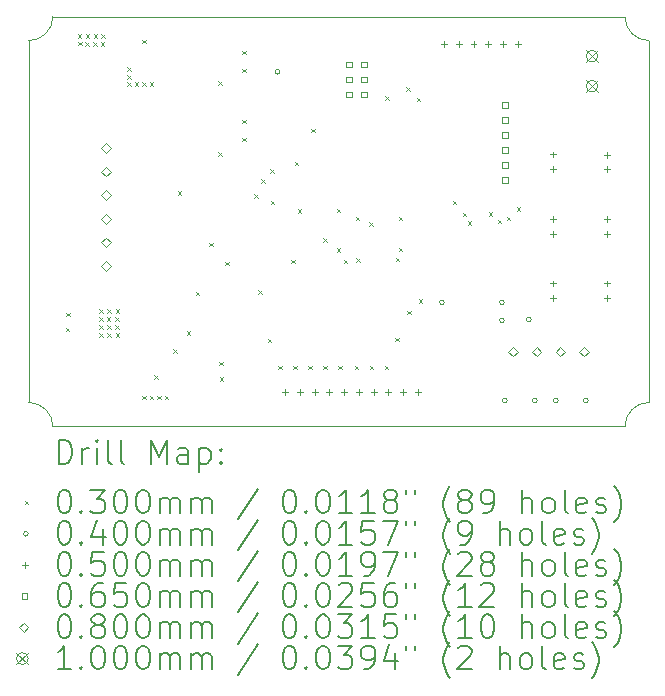
<source format=gbr>
%TF.GenerationSoftware,KiCad,Pcbnew,(6.0.8)*%
%TF.CreationDate,2023-03-18T00:57:22+01:00*%
%TF.ProjectId,WHEEL-07,57484545-4c2d-4303-972e-6b696361645f,rev?*%
%TF.SameCoordinates,Original*%
%TF.FileFunction,Drillmap*%
%TF.FilePolarity,Positive*%
%FSLAX45Y45*%
G04 Gerber Fmt 4.5, Leading zero omitted, Abs format (unit mm)*
G04 Created by KiCad (PCBNEW (6.0.8)) date 2023-03-18 00:57:22*
%MOMM*%
%LPD*%
G01*
G04 APERTURE LIST*
%ADD10C,0.100000*%
%ADD11C,0.200000*%
%ADD12C,0.030000*%
%ADD13C,0.040000*%
%ADD14C,0.050000*%
%ADD15C,0.065000*%
%ADD16C,0.080000*%
G04 APERTURE END LIST*
D10*
X14841400Y-5258884D02*
X14841400Y-8322484D01*
X19888200Y-5055684D02*
X15044600Y-5055684D01*
X20091400Y-8322484D02*
X20091400Y-5258884D01*
X15044600Y-8525684D02*
X19888200Y-8525684D01*
X19888200Y-5055684D02*
G75*
G03*
X20091400Y-5258884I203200J0D01*
G01*
X14841400Y-5258884D02*
G75*
G03*
X15044600Y-5055684I0J203200D01*
G01*
X15044600Y-8525684D02*
G75*
G03*
X14841400Y-8322484I-203200J0D01*
G01*
X20091400Y-8322484D02*
G75*
G03*
X19888200Y-8525684I0J-203200D01*
G01*
D11*
D12*
X15153880Y-7691360D02*
X15183880Y-7721360D01*
X15183880Y-7691360D02*
X15153880Y-7721360D01*
X15158960Y-7564360D02*
X15188960Y-7594360D01*
X15188960Y-7564360D02*
X15158960Y-7594360D01*
X15256340Y-5206800D02*
X15286340Y-5236800D01*
X15286340Y-5206800D02*
X15256340Y-5236800D01*
X15261420Y-5267760D02*
X15291420Y-5297760D01*
X15291420Y-5267760D02*
X15261420Y-5297760D01*
X15320687Y-5271147D02*
X15350687Y-5301147D01*
X15350687Y-5271147D02*
X15320687Y-5301147D01*
X15322380Y-5206800D02*
X15352380Y-5236800D01*
X15352380Y-5206800D02*
X15322380Y-5236800D01*
X15385033Y-5272840D02*
X15415033Y-5302840D01*
X15415033Y-5272840D02*
X15385033Y-5302840D01*
X15390113Y-5206800D02*
X15420113Y-5236800D01*
X15420113Y-5206800D02*
X15390113Y-5236800D01*
X15436667Y-7601613D02*
X15466667Y-7631613D01*
X15466667Y-7601613D02*
X15436667Y-7631613D01*
X15437513Y-7669347D02*
X15467513Y-7699347D01*
X15467513Y-7669347D02*
X15437513Y-7699347D01*
X15438360Y-7737080D02*
X15468360Y-7767080D01*
X15468360Y-7737080D02*
X15438360Y-7767080D01*
X15439207Y-7533880D02*
X15469207Y-7563880D01*
X15469207Y-7533880D02*
X15439207Y-7563880D01*
X15449380Y-5272840D02*
X15479380Y-5302840D01*
X15479380Y-5272840D02*
X15449380Y-5302840D01*
X15454460Y-5206800D02*
X15484460Y-5236800D01*
X15484460Y-5206800D02*
X15454460Y-5236800D01*
X15502707Y-7601613D02*
X15532707Y-7631613D01*
X15532707Y-7601613D02*
X15502707Y-7631613D01*
X15503553Y-7669347D02*
X15533553Y-7699347D01*
X15533553Y-7669347D02*
X15503553Y-7699347D01*
X15504400Y-7737080D02*
X15534400Y-7767080D01*
X15534400Y-7737080D02*
X15504400Y-7767080D01*
X15505247Y-7533880D02*
X15535247Y-7563880D01*
X15535247Y-7533880D02*
X15505247Y-7563880D01*
X15573827Y-7601613D02*
X15603827Y-7631613D01*
X15603827Y-7601613D02*
X15573827Y-7631613D01*
X15574673Y-7669347D02*
X15604673Y-7699347D01*
X15604673Y-7669347D02*
X15574673Y-7699347D01*
X15575520Y-7737080D02*
X15605520Y-7767080D01*
X15605520Y-7737080D02*
X15575520Y-7767080D01*
X15576367Y-7533880D02*
X15606367Y-7563880D01*
X15606367Y-7533880D02*
X15576367Y-7563880D01*
X15672900Y-5486200D02*
X15702900Y-5516200D01*
X15702900Y-5486200D02*
X15672900Y-5516200D01*
X15672900Y-5549700D02*
X15702900Y-5579700D01*
X15702900Y-5549700D02*
X15672900Y-5579700D01*
X15672900Y-5613200D02*
X15702900Y-5643200D01*
X15702900Y-5613200D02*
X15672900Y-5643200D01*
X15736400Y-5613200D02*
X15766400Y-5643200D01*
X15766400Y-5613200D02*
X15736400Y-5643200D01*
X15799900Y-5252520D02*
X15829900Y-5282520D01*
X15829900Y-5252520D02*
X15799900Y-5282520D01*
X15799900Y-5613200D02*
X15829900Y-5643200D01*
X15829900Y-5613200D02*
X15799900Y-5643200D01*
X15802450Y-8265400D02*
X15832450Y-8295400D01*
X15832450Y-8265400D02*
X15802450Y-8295400D01*
X15863400Y-5613200D02*
X15893400Y-5643200D01*
X15893400Y-5613200D02*
X15863400Y-5643200D01*
X15865950Y-8265400D02*
X15895950Y-8295400D01*
X15895950Y-8265400D02*
X15865950Y-8295400D01*
X15904863Y-8094059D02*
X15934863Y-8124059D01*
X15934863Y-8094059D02*
X15904863Y-8124059D01*
X15929450Y-8265400D02*
X15959450Y-8295400D01*
X15959450Y-8265400D02*
X15929450Y-8295400D01*
X15992950Y-8265400D02*
X16022950Y-8295400D01*
X16022950Y-8265400D02*
X15992950Y-8295400D01*
X16063200Y-7871700D02*
X16093200Y-7901700D01*
X16093200Y-7871700D02*
X16063200Y-7901700D01*
X16103840Y-6533120D02*
X16133840Y-6563120D01*
X16133840Y-6533120D02*
X16103840Y-6563120D01*
X16177500Y-7719300D02*
X16207500Y-7749300D01*
X16207500Y-7719300D02*
X16177500Y-7749300D01*
X16256240Y-7386560D02*
X16286240Y-7416560D01*
X16286240Y-7386560D02*
X16256240Y-7416560D01*
X16368000Y-6970000D02*
X16398000Y-7000000D01*
X16398000Y-6970000D02*
X16368000Y-7000000D01*
X16445000Y-5605000D02*
X16475000Y-5635000D01*
X16475000Y-5605000D02*
X16445000Y-5635000D01*
X16445000Y-6205000D02*
X16475000Y-6235000D01*
X16475000Y-6205000D02*
X16445000Y-6235000D01*
X16454360Y-7975840D02*
X16484360Y-8005840D01*
X16484360Y-7975840D02*
X16454360Y-8005840D01*
X16456900Y-8110460D02*
X16486900Y-8140460D01*
X16486900Y-8110460D02*
X16456900Y-8140460D01*
X16505160Y-7132560D02*
X16535160Y-7162560D01*
X16535160Y-7132560D02*
X16505160Y-7162560D01*
X16647400Y-5344400D02*
X16677400Y-5374400D01*
X16677400Y-5344400D02*
X16647400Y-5374400D01*
X16647400Y-5496800D02*
X16677400Y-5526800D01*
X16677400Y-5496800D02*
X16647400Y-5526800D01*
X16647400Y-5928600D02*
X16677400Y-5958600D01*
X16677400Y-5928600D02*
X16647400Y-5958600D01*
X16647400Y-6081000D02*
X16677400Y-6111000D01*
X16677400Y-6081000D02*
X16647400Y-6111000D01*
X16749000Y-6558520D02*
X16779000Y-6588520D01*
X16779000Y-6558520D02*
X16749000Y-6588520D01*
X16784560Y-7371320D02*
X16814560Y-7401320D01*
X16814560Y-7371320D02*
X16784560Y-7401320D01*
X16810472Y-6431008D02*
X16840472Y-6461008D01*
X16840472Y-6431008D02*
X16810472Y-6461008D01*
X16865170Y-7782800D02*
X16895170Y-7812800D01*
X16895170Y-7782800D02*
X16865170Y-7812800D01*
X16886672Y-6349728D02*
X16916672Y-6379728D01*
X16916672Y-6349728D02*
X16886672Y-6379728D01*
X16888700Y-6614400D02*
X16918700Y-6644400D01*
X16918700Y-6614400D02*
X16888700Y-6644400D01*
X16952200Y-8011400D02*
X16982200Y-8041400D01*
X16982200Y-8011400D02*
X16952200Y-8041400D01*
X17063960Y-7112240D02*
X17093960Y-7142240D01*
X17093960Y-7112240D02*
X17063960Y-7142240D01*
X17079200Y-8011400D02*
X17109200Y-8041400D01*
X17109200Y-8011400D02*
X17079200Y-8041400D01*
X17090850Y-6284200D02*
X17120850Y-6314200D01*
X17120850Y-6284200D02*
X17090850Y-6314200D01*
X17119840Y-6685520D02*
X17149840Y-6715520D01*
X17149840Y-6685520D02*
X17119840Y-6715520D01*
X17206200Y-8011400D02*
X17236200Y-8041400D01*
X17236200Y-8011400D02*
X17206200Y-8041400D01*
X17231600Y-6004800D02*
X17261600Y-6034800D01*
X17261600Y-6004800D02*
X17231600Y-6034800D01*
X17333200Y-6931900D02*
X17363200Y-6961900D01*
X17363200Y-6931900D02*
X17333200Y-6961900D01*
X17333200Y-8011400D02*
X17363200Y-8041400D01*
X17363200Y-8011400D02*
X17333200Y-8041400D01*
X17450040Y-6680440D02*
X17480040Y-6710440D01*
X17480040Y-6680440D02*
X17450040Y-6710440D01*
X17450040Y-7015720D02*
X17480040Y-7045720D01*
X17480040Y-7015720D02*
X17450040Y-7045720D01*
X17460200Y-8011400D02*
X17490200Y-8041400D01*
X17490200Y-8011400D02*
X17460200Y-8041400D01*
X17507642Y-7113827D02*
X17537642Y-7143827D01*
X17537642Y-7113827D02*
X17507642Y-7143827D01*
X17599900Y-8011400D02*
X17629900Y-8041400D01*
X17629900Y-8011400D02*
X17599900Y-8041400D01*
X17607520Y-6751560D02*
X17637520Y-6781560D01*
X17637520Y-6751560D02*
X17607520Y-6781560D01*
X17612600Y-7102080D02*
X17642600Y-7132080D01*
X17642600Y-7102080D02*
X17612600Y-7132080D01*
X17724360Y-6797280D02*
X17754360Y-6827280D01*
X17754360Y-6797280D02*
X17724360Y-6827280D01*
X17726900Y-8011400D02*
X17756900Y-8041400D01*
X17756900Y-8011400D02*
X17726900Y-8041400D01*
X17853900Y-8011400D02*
X17883900Y-8041400D01*
X17883900Y-8011400D02*
X17853900Y-8041400D01*
X17856952Y-5729968D02*
X17886952Y-5759968D01*
X17886952Y-5729968D02*
X17856952Y-5759968D01*
X17944054Y-7775764D02*
X17974054Y-7805764D01*
X17974054Y-7775764D02*
X17944054Y-7805764D01*
X17946682Y-7097392D02*
X17976682Y-7127392D01*
X17976682Y-7097392D02*
X17946682Y-7127392D01*
X17973280Y-6751560D02*
X18003280Y-6781560D01*
X18003280Y-6751560D02*
X17973280Y-6781560D01*
X17973280Y-7010640D02*
X18003280Y-7040640D01*
X18003280Y-7010640D02*
X17973280Y-7040640D01*
X18034752Y-5653768D02*
X18064752Y-5683768D01*
X18064752Y-5653768D02*
X18034752Y-5683768D01*
X18044400Y-7544040D02*
X18074400Y-7574040D01*
X18074400Y-7544040D02*
X18044400Y-7574040D01*
X18123652Y-5742668D02*
X18153652Y-5772668D01*
X18153652Y-5742668D02*
X18123652Y-5772668D01*
X18140920Y-7447520D02*
X18170920Y-7477520D01*
X18170920Y-7447520D02*
X18140920Y-7477520D01*
X18430480Y-6614400D02*
X18460480Y-6644400D01*
X18460480Y-6614400D02*
X18430480Y-6644400D01*
X18516840Y-6716000D02*
X18546840Y-6746000D01*
X18546840Y-6716000D02*
X18516840Y-6746000D01*
X18557480Y-6787120D02*
X18587480Y-6817120D01*
X18587480Y-6787120D02*
X18557480Y-6817120D01*
X18735280Y-6710920D02*
X18765280Y-6740920D01*
X18765280Y-6710920D02*
X18735280Y-6740920D01*
X18810980Y-6773480D02*
X18840980Y-6803480D01*
X18840980Y-6773480D02*
X18810980Y-6803480D01*
X18887833Y-6751443D02*
X18917833Y-6781443D01*
X18917833Y-6751443D02*
X18887833Y-6781443D01*
X18974040Y-6670280D02*
X19004040Y-6700280D01*
X19004040Y-6670280D02*
X18974040Y-6700280D01*
D13*
X16966880Y-5521960D02*
G75*
G03*
X16966880Y-5521960I-20000J0D01*
G01*
X18358800Y-7474200D02*
G75*
G03*
X18358800Y-7474200I-20000J0D01*
G01*
X18866800Y-7474200D02*
G75*
G03*
X18866800Y-7474200I-20000J0D01*
G01*
X18866800Y-7626600D02*
G75*
G03*
X18866800Y-7626600I-20000J0D01*
G01*
X18892200Y-8305800D02*
G75*
G03*
X18892200Y-8305800I-20000J0D01*
G01*
X19095400Y-7620000D02*
G75*
G03*
X19095400Y-7620000I-20000J0D01*
G01*
X19146200Y-8305800D02*
G75*
G03*
X19146200Y-8305800I-20000J0D01*
G01*
X19324000Y-8305800D02*
G75*
G03*
X19324000Y-8305800I-20000J0D01*
G01*
X19578000Y-8305800D02*
G75*
G03*
X19578000Y-8305800I-20000J0D01*
G01*
D14*
X17010760Y-8209680D02*
X17010760Y-8259680D01*
X16985760Y-8234680D02*
X17035760Y-8234680D01*
X17135760Y-8209680D02*
X17135760Y-8259680D01*
X17110760Y-8234680D02*
X17160760Y-8234680D01*
X17260760Y-8209680D02*
X17260760Y-8259680D01*
X17235760Y-8234680D02*
X17285760Y-8234680D01*
X17385760Y-8209680D02*
X17385760Y-8259680D01*
X17360760Y-8234680D02*
X17410760Y-8234680D01*
X17510760Y-8209680D02*
X17510760Y-8259680D01*
X17485760Y-8234680D02*
X17535760Y-8234680D01*
X17635760Y-8209680D02*
X17635760Y-8259680D01*
X17610760Y-8234680D02*
X17660760Y-8234680D01*
X17760760Y-8209680D02*
X17760760Y-8259680D01*
X17735760Y-8234680D02*
X17785760Y-8234680D01*
X17885760Y-8209680D02*
X17885760Y-8259680D01*
X17860760Y-8234680D02*
X17910760Y-8234680D01*
X18010760Y-8209680D02*
X18010760Y-8259680D01*
X17985760Y-8234680D02*
X18035760Y-8234680D01*
X18135760Y-8209680D02*
X18135760Y-8259680D01*
X18110760Y-8234680D02*
X18160760Y-8234680D01*
X18356500Y-5264000D02*
X18356500Y-5314000D01*
X18331500Y-5289000D02*
X18381500Y-5289000D01*
X18481500Y-5264000D02*
X18481500Y-5314000D01*
X18456500Y-5289000D02*
X18506500Y-5289000D01*
X18606500Y-5264000D02*
X18606500Y-5314000D01*
X18581500Y-5289000D02*
X18631500Y-5289000D01*
X18731500Y-5264000D02*
X18731500Y-5314000D01*
X18706500Y-5289000D02*
X18756500Y-5289000D01*
X18856500Y-5264000D02*
X18856500Y-5314000D01*
X18831500Y-5289000D02*
X18881500Y-5289000D01*
X18981500Y-5264000D02*
X18981500Y-5314000D01*
X18956500Y-5289000D02*
X19006500Y-5289000D01*
X19278600Y-6198000D02*
X19278600Y-6248000D01*
X19253600Y-6223000D02*
X19303600Y-6223000D01*
X19278600Y-6323000D02*
X19278600Y-6373000D01*
X19253600Y-6348000D02*
X19303600Y-6348000D01*
X19278600Y-6745100D02*
X19278600Y-6795100D01*
X19253600Y-6770100D02*
X19303600Y-6770100D01*
X19278600Y-6870100D02*
X19278600Y-6920100D01*
X19253600Y-6895100D02*
X19303600Y-6895100D01*
X19278600Y-7290200D02*
X19278600Y-7340200D01*
X19253600Y-7315200D02*
X19303600Y-7315200D01*
X19278600Y-7415200D02*
X19278600Y-7465200D01*
X19253600Y-7440200D02*
X19303600Y-7440200D01*
X19735800Y-6199000D02*
X19735800Y-6249000D01*
X19710800Y-6224000D02*
X19760800Y-6224000D01*
X19735800Y-6324000D02*
X19735800Y-6374000D01*
X19710800Y-6349000D02*
X19760800Y-6349000D01*
X19735800Y-6744600D02*
X19735800Y-6794600D01*
X19710800Y-6769600D02*
X19760800Y-6769600D01*
X19735800Y-6869600D02*
X19735800Y-6919600D01*
X19710800Y-6894600D02*
X19760800Y-6894600D01*
X19735800Y-7290200D02*
X19735800Y-7340200D01*
X19710800Y-7315200D02*
X19760800Y-7315200D01*
X19735800Y-7415200D02*
X19735800Y-7465200D01*
X19710800Y-7440200D02*
X19760800Y-7440200D01*
D15*
X17575381Y-5483481D02*
X17575381Y-5437519D01*
X17529419Y-5437519D01*
X17529419Y-5483481D01*
X17575381Y-5483481D01*
X17575381Y-5610481D02*
X17575381Y-5564519D01*
X17529419Y-5564519D01*
X17529419Y-5610481D01*
X17575381Y-5610481D01*
X17575381Y-5737481D02*
X17575381Y-5691519D01*
X17529419Y-5691519D01*
X17529419Y-5737481D01*
X17575381Y-5737481D01*
X17702381Y-5483481D02*
X17702381Y-5437519D01*
X17656419Y-5437519D01*
X17656419Y-5483481D01*
X17702381Y-5483481D01*
X17702381Y-5610481D02*
X17702381Y-5564519D01*
X17656419Y-5564519D01*
X17656419Y-5610481D01*
X17702381Y-5610481D01*
X17702381Y-5737481D02*
X17702381Y-5691519D01*
X17656419Y-5691519D01*
X17656419Y-5737481D01*
X17702381Y-5737481D01*
X18895181Y-5826881D02*
X18895181Y-5780919D01*
X18849219Y-5780919D01*
X18849219Y-5826881D01*
X18895181Y-5826881D01*
X18895181Y-5953881D02*
X18895181Y-5907919D01*
X18849219Y-5907919D01*
X18849219Y-5953881D01*
X18895181Y-5953881D01*
X18895181Y-6080881D02*
X18895181Y-6034919D01*
X18849219Y-6034919D01*
X18849219Y-6080881D01*
X18895181Y-6080881D01*
X18895181Y-6207881D02*
X18895181Y-6161919D01*
X18849219Y-6161919D01*
X18849219Y-6207881D01*
X18895181Y-6207881D01*
X18895181Y-6334881D02*
X18895181Y-6288919D01*
X18849219Y-6288919D01*
X18849219Y-6334881D01*
X18895181Y-6334881D01*
X18895181Y-6461881D02*
X18895181Y-6415919D01*
X18849219Y-6415919D01*
X18849219Y-6461881D01*
X18895181Y-6461881D01*
D16*
X15495320Y-6207500D02*
X15535320Y-6167500D01*
X15495320Y-6127500D01*
X15455320Y-6167500D01*
X15495320Y-6207500D01*
X15495320Y-6407500D02*
X15535320Y-6367500D01*
X15495320Y-6327500D01*
X15455320Y-6367500D01*
X15495320Y-6407500D01*
X15495320Y-6607500D02*
X15535320Y-6567500D01*
X15495320Y-6527500D01*
X15455320Y-6567500D01*
X15495320Y-6607500D01*
X15495320Y-6807500D02*
X15535320Y-6767500D01*
X15495320Y-6727500D01*
X15455320Y-6767500D01*
X15495320Y-6807500D01*
X15495320Y-7007500D02*
X15535320Y-6967500D01*
X15495320Y-6927500D01*
X15455320Y-6967500D01*
X15495320Y-7007500D01*
X15495320Y-7207500D02*
X15535320Y-7167500D01*
X15495320Y-7127500D01*
X15455320Y-7167500D01*
X15495320Y-7207500D01*
X18940500Y-7933000D02*
X18980500Y-7893000D01*
X18940500Y-7853000D01*
X18900500Y-7893000D01*
X18940500Y-7933000D01*
X19140500Y-7933000D02*
X19180500Y-7893000D01*
X19140500Y-7853000D01*
X19100500Y-7893000D01*
X19140500Y-7933000D01*
X19340500Y-7933000D02*
X19380500Y-7893000D01*
X19340500Y-7853000D01*
X19300500Y-7893000D01*
X19340500Y-7933000D01*
X19540500Y-7933000D02*
X19580500Y-7893000D01*
X19540500Y-7853000D01*
X19500500Y-7893000D01*
X19540500Y-7933000D01*
D10*
X19558800Y-5339880D02*
X19658800Y-5439880D01*
X19658800Y-5339880D02*
X19558800Y-5439880D01*
X19658800Y-5389880D02*
G75*
G03*
X19658800Y-5389880I-50000J0D01*
G01*
X19558800Y-5593880D02*
X19658800Y-5693880D01*
X19658800Y-5593880D02*
X19558800Y-5693880D01*
X19658800Y-5643880D02*
G75*
G03*
X19658800Y-5643880I-50000J0D01*
G01*
D11*
X15094019Y-8841160D02*
X15094019Y-8641160D01*
X15141638Y-8641160D01*
X15170209Y-8650684D01*
X15189257Y-8669732D01*
X15198781Y-8688779D01*
X15208305Y-8726875D01*
X15208305Y-8755446D01*
X15198781Y-8793541D01*
X15189257Y-8812589D01*
X15170209Y-8831637D01*
X15141638Y-8841160D01*
X15094019Y-8841160D01*
X15294019Y-8841160D02*
X15294019Y-8707827D01*
X15294019Y-8745922D02*
X15303543Y-8726875D01*
X15313066Y-8717351D01*
X15332114Y-8707827D01*
X15351162Y-8707827D01*
X15417828Y-8841160D02*
X15417828Y-8707827D01*
X15417828Y-8641160D02*
X15408305Y-8650684D01*
X15417828Y-8660208D01*
X15427352Y-8650684D01*
X15417828Y-8641160D01*
X15417828Y-8660208D01*
X15541638Y-8841160D02*
X15522590Y-8831637D01*
X15513066Y-8812589D01*
X15513066Y-8641160D01*
X15646400Y-8841160D02*
X15627352Y-8831637D01*
X15617828Y-8812589D01*
X15617828Y-8641160D01*
X15874971Y-8841160D02*
X15874971Y-8641160D01*
X15941638Y-8784018D01*
X16008305Y-8641160D01*
X16008305Y-8841160D01*
X16189257Y-8841160D02*
X16189257Y-8736398D01*
X16179733Y-8717351D01*
X16160686Y-8707827D01*
X16122590Y-8707827D01*
X16103543Y-8717351D01*
X16189257Y-8831637D02*
X16170209Y-8841160D01*
X16122590Y-8841160D01*
X16103543Y-8831637D01*
X16094019Y-8812589D01*
X16094019Y-8793541D01*
X16103543Y-8774494D01*
X16122590Y-8764970D01*
X16170209Y-8764970D01*
X16189257Y-8755446D01*
X16284495Y-8707827D02*
X16284495Y-8907827D01*
X16284495Y-8717351D02*
X16303543Y-8707827D01*
X16341638Y-8707827D01*
X16360686Y-8717351D01*
X16370209Y-8726875D01*
X16379733Y-8745922D01*
X16379733Y-8803065D01*
X16370209Y-8822113D01*
X16360686Y-8831637D01*
X16341638Y-8841160D01*
X16303543Y-8841160D01*
X16284495Y-8831637D01*
X16465447Y-8822113D02*
X16474971Y-8831637D01*
X16465447Y-8841160D01*
X16455924Y-8831637D01*
X16465447Y-8822113D01*
X16465447Y-8841160D01*
X16465447Y-8717351D02*
X16474971Y-8726875D01*
X16465447Y-8736398D01*
X16455924Y-8726875D01*
X16465447Y-8717351D01*
X16465447Y-8736398D01*
D12*
X14806400Y-9155684D02*
X14836400Y-9185684D01*
X14836400Y-9155684D02*
X14806400Y-9185684D01*
D11*
X15132114Y-9061160D02*
X15151162Y-9061160D01*
X15170209Y-9070684D01*
X15179733Y-9080208D01*
X15189257Y-9099256D01*
X15198781Y-9137351D01*
X15198781Y-9184970D01*
X15189257Y-9223065D01*
X15179733Y-9242113D01*
X15170209Y-9251637D01*
X15151162Y-9261160D01*
X15132114Y-9261160D01*
X15113066Y-9251637D01*
X15103543Y-9242113D01*
X15094019Y-9223065D01*
X15084495Y-9184970D01*
X15084495Y-9137351D01*
X15094019Y-9099256D01*
X15103543Y-9080208D01*
X15113066Y-9070684D01*
X15132114Y-9061160D01*
X15284495Y-9242113D02*
X15294019Y-9251637D01*
X15284495Y-9261160D01*
X15274971Y-9251637D01*
X15284495Y-9242113D01*
X15284495Y-9261160D01*
X15360686Y-9061160D02*
X15484495Y-9061160D01*
X15417828Y-9137351D01*
X15446400Y-9137351D01*
X15465447Y-9146875D01*
X15474971Y-9156398D01*
X15484495Y-9175446D01*
X15484495Y-9223065D01*
X15474971Y-9242113D01*
X15465447Y-9251637D01*
X15446400Y-9261160D01*
X15389257Y-9261160D01*
X15370209Y-9251637D01*
X15360686Y-9242113D01*
X15608305Y-9061160D02*
X15627352Y-9061160D01*
X15646400Y-9070684D01*
X15655924Y-9080208D01*
X15665447Y-9099256D01*
X15674971Y-9137351D01*
X15674971Y-9184970D01*
X15665447Y-9223065D01*
X15655924Y-9242113D01*
X15646400Y-9251637D01*
X15627352Y-9261160D01*
X15608305Y-9261160D01*
X15589257Y-9251637D01*
X15579733Y-9242113D01*
X15570209Y-9223065D01*
X15560686Y-9184970D01*
X15560686Y-9137351D01*
X15570209Y-9099256D01*
X15579733Y-9080208D01*
X15589257Y-9070684D01*
X15608305Y-9061160D01*
X15798781Y-9061160D02*
X15817828Y-9061160D01*
X15836876Y-9070684D01*
X15846400Y-9080208D01*
X15855924Y-9099256D01*
X15865447Y-9137351D01*
X15865447Y-9184970D01*
X15855924Y-9223065D01*
X15846400Y-9242113D01*
X15836876Y-9251637D01*
X15817828Y-9261160D01*
X15798781Y-9261160D01*
X15779733Y-9251637D01*
X15770209Y-9242113D01*
X15760686Y-9223065D01*
X15751162Y-9184970D01*
X15751162Y-9137351D01*
X15760686Y-9099256D01*
X15770209Y-9080208D01*
X15779733Y-9070684D01*
X15798781Y-9061160D01*
X15951162Y-9261160D02*
X15951162Y-9127827D01*
X15951162Y-9146875D02*
X15960686Y-9137351D01*
X15979733Y-9127827D01*
X16008305Y-9127827D01*
X16027352Y-9137351D01*
X16036876Y-9156398D01*
X16036876Y-9261160D01*
X16036876Y-9156398D02*
X16046400Y-9137351D01*
X16065447Y-9127827D01*
X16094019Y-9127827D01*
X16113066Y-9137351D01*
X16122590Y-9156398D01*
X16122590Y-9261160D01*
X16217828Y-9261160D02*
X16217828Y-9127827D01*
X16217828Y-9146875D02*
X16227352Y-9137351D01*
X16246400Y-9127827D01*
X16274971Y-9127827D01*
X16294019Y-9137351D01*
X16303543Y-9156398D01*
X16303543Y-9261160D01*
X16303543Y-9156398D02*
X16313066Y-9137351D01*
X16332114Y-9127827D01*
X16360686Y-9127827D01*
X16379733Y-9137351D01*
X16389257Y-9156398D01*
X16389257Y-9261160D01*
X16779733Y-9051637D02*
X16608305Y-9308779D01*
X17036876Y-9061160D02*
X17055924Y-9061160D01*
X17074971Y-9070684D01*
X17084495Y-9080208D01*
X17094019Y-9099256D01*
X17103543Y-9137351D01*
X17103543Y-9184970D01*
X17094019Y-9223065D01*
X17084495Y-9242113D01*
X17074971Y-9251637D01*
X17055924Y-9261160D01*
X17036876Y-9261160D01*
X17017828Y-9251637D01*
X17008305Y-9242113D01*
X16998781Y-9223065D01*
X16989257Y-9184970D01*
X16989257Y-9137351D01*
X16998781Y-9099256D01*
X17008305Y-9080208D01*
X17017828Y-9070684D01*
X17036876Y-9061160D01*
X17189257Y-9242113D02*
X17198781Y-9251637D01*
X17189257Y-9261160D01*
X17179733Y-9251637D01*
X17189257Y-9242113D01*
X17189257Y-9261160D01*
X17322590Y-9061160D02*
X17341638Y-9061160D01*
X17360686Y-9070684D01*
X17370209Y-9080208D01*
X17379733Y-9099256D01*
X17389257Y-9137351D01*
X17389257Y-9184970D01*
X17379733Y-9223065D01*
X17370209Y-9242113D01*
X17360686Y-9251637D01*
X17341638Y-9261160D01*
X17322590Y-9261160D01*
X17303543Y-9251637D01*
X17294019Y-9242113D01*
X17284495Y-9223065D01*
X17274971Y-9184970D01*
X17274971Y-9137351D01*
X17284495Y-9099256D01*
X17294019Y-9080208D01*
X17303543Y-9070684D01*
X17322590Y-9061160D01*
X17579733Y-9261160D02*
X17465448Y-9261160D01*
X17522590Y-9261160D02*
X17522590Y-9061160D01*
X17503543Y-9089732D01*
X17484495Y-9108779D01*
X17465448Y-9118303D01*
X17770209Y-9261160D02*
X17655924Y-9261160D01*
X17713067Y-9261160D02*
X17713067Y-9061160D01*
X17694019Y-9089732D01*
X17674971Y-9108779D01*
X17655924Y-9118303D01*
X17884495Y-9146875D02*
X17865448Y-9137351D01*
X17855924Y-9127827D01*
X17846400Y-9108779D01*
X17846400Y-9099256D01*
X17855924Y-9080208D01*
X17865448Y-9070684D01*
X17884495Y-9061160D01*
X17922590Y-9061160D01*
X17941638Y-9070684D01*
X17951162Y-9080208D01*
X17960686Y-9099256D01*
X17960686Y-9108779D01*
X17951162Y-9127827D01*
X17941638Y-9137351D01*
X17922590Y-9146875D01*
X17884495Y-9146875D01*
X17865448Y-9156398D01*
X17855924Y-9165922D01*
X17846400Y-9184970D01*
X17846400Y-9223065D01*
X17855924Y-9242113D01*
X17865448Y-9251637D01*
X17884495Y-9261160D01*
X17922590Y-9261160D01*
X17941638Y-9251637D01*
X17951162Y-9242113D01*
X17960686Y-9223065D01*
X17960686Y-9184970D01*
X17951162Y-9165922D01*
X17941638Y-9156398D01*
X17922590Y-9146875D01*
X18036876Y-9061160D02*
X18036876Y-9099256D01*
X18113067Y-9061160D02*
X18113067Y-9099256D01*
X18408305Y-9337351D02*
X18398781Y-9327827D01*
X18379733Y-9299256D01*
X18370209Y-9280208D01*
X18360686Y-9251637D01*
X18351162Y-9204018D01*
X18351162Y-9165922D01*
X18360686Y-9118303D01*
X18370209Y-9089732D01*
X18379733Y-9070684D01*
X18398781Y-9042113D01*
X18408305Y-9032589D01*
X18513067Y-9146875D02*
X18494019Y-9137351D01*
X18484495Y-9127827D01*
X18474971Y-9108779D01*
X18474971Y-9099256D01*
X18484495Y-9080208D01*
X18494019Y-9070684D01*
X18513067Y-9061160D01*
X18551162Y-9061160D01*
X18570209Y-9070684D01*
X18579733Y-9080208D01*
X18589257Y-9099256D01*
X18589257Y-9108779D01*
X18579733Y-9127827D01*
X18570209Y-9137351D01*
X18551162Y-9146875D01*
X18513067Y-9146875D01*
X18494019Y-9156398D01*
X18484495Y-9165922D01*
X18474971Y-9184970D01*
X18474971Y-9223065D01*
X18484495Y-9242113D01*
X18494019Y-9251637D01*
X18513067Y-9261160D01*
X18551162Y-9261160D01*
X18570209Y-9251637D01*
X18579733Y-9242113D01*
X18589257Y-9223065D01*
X18589257Y-9184970D01*
X18579733Y-9165922D01*
X18570209Y-9156398D01*
X18551162Y-9146875D01*
X18684495Y-9261160D02*
X18722590Y-9261160D01*
X18741638Y-9251637D01*
X18751162Y-9242113D01*
X18770209Y-9213541D01*
X18779733Y-9175446D01*
X18779733Y-9099256D01*
X18770209Y-9080208D01*
X18760686Y-9070684D01*
X18741638Y-9061160D01*
X18703543Y-9061160D01*
X18684495Y-9070684D01*
X18674971Y-9080208D01*
X18665448Y-9099256D01*
X18665448Y-9146875D01*
X18674971Y-9165922D01*
X18684495Y-9175446D01*
X18703543Y-9184970D01*
X18741638Y-9184970D01*
X18760686Y-9175446D01*
X18770209Y-9165922D01*
X18779733Y-9146875D01*
X19017828Y-9261160D02*
X19017828Y-9061160D01*
X19103543Y-9261160D02*
X19103543Y-9156398D01*
X19094019Y-9137351D01*
X19074971Y-9127827D01*
X19046400Y-9127827D01*
X19027352Y-9137351D01*
X19017828Y-9146875D01*
X19227352Y-9261160D02*
X19208305Y-9251637D01*
X19198781Y-9242113D01*
X19189257Y-9223065D01*
X19189257Y-9165922D01*
X19198781Y-9146875D01*
X19208305Y-9137351D01*
X19227352Y-9127827D01*
X19255924Y-9127827D01*
X19274971Y-9137351D01*
X19284495Y-9146875D01*
X19294019Y-9165922D01*
X19294019Y-9223065D01*
X19284495Y-9242113D01*
X19274971Y-9251637D01*
X19255924Y-9261160D01*
X19227352Y-9261160D01*
X19408305Y-9261160D02*
X19389257Y-9251637D01*
X19379733Y-9232589D01*
X19379733Y-9061160D01*
X19560686Y-9251637D02*
X19541638Y-9261160D01*
X19503543Y-9261160D01*
X19484495Y-9251637D01*
X19474971Y-9232589D01*
X19474971Y-9156398D01*
X19484495Y-9137351D01*
X19503543Y-9127827D01*
X19541638Y-9127827D01*
X19560686Y-9137351D01*
X19570209Y-9156398D01*
X19570209Y-9175446D01*
X19474971Y-9194494D01*
X19646400Y-9251637D02*
X19665448Y-9261160D01*
X19703543Y-9261160D01*
X19722590Y-9251637D01*
X19732114Y-9232589D01*
X19732114Y-9223065D01*
X19722590Y-9204018D01*
X19703543Y-9194494D01*
X19674971Y-9194494D01*
X19655924Y-9184970D01*
X19646400Y-9165922D01*
X19646400Y-9156398D01*
X19655924Y-9137351D01*
X19674971Y-9127827D01*
X19703543Y-9127827D01*
X19722590Y-9137351D01*
X19798781Y-9337351D02*
X19808305Y-9327827D01*
X19827352Y-9299256D01*
X19836876Y-9280208D01*
X19846400Y-9251637D01*
X19855924Y-9204018D01*
X19855924Y-9165922D01*
X19846400Y-9118303D01*
X19836876Y-9089732D01*
X19827352Y-9070684D01*
X19808305Y-9042113D01*
X19798781Y-9032589D01*
D13*
X14836400Y-9434684D02*
G75*
G03*
X14836400Y-9434684I-20000J0D01*
G01*
D11*
X15132114Y-9325160D02*
X15151162Y-9325160D01*
X15170209Y-9334684D01*
X15179733Y-9344208D01*
X15189257Y-9363256D01*
X15198781Y-9401351D01*
X15198781Y-9448970D01*
X15189257Y-9487065D01*
X15179733Y-9506113D01*
X15170209Y-9515637D01*
X15151162Y-9525160D01*
X15132114Y-9525160D01*
X15113066Y-9515637D01*
X15103543Y-9506113D01*
X15094019Y-9487065D01*
X15084495Y-9448970D01*
X15084495Y-9401351D01*
X15094019Y-9363256D01*
X15103543Y-9344208D01*
X15113066Y-9334684D01*
X15132114Y-9325160D01*
X15284495Y-9506113D02*
X15294019Y-9515637D01*
X15284495Y-9525160D01*
X15274971Y-9515637D01*
X15284495Y-9506113D01*
X15284495Y-9525160D01*
X15465447Y-9391827D02*
X15465447Y-9525160D01*
X15417828Y-9315637D02*
X15370209Y-9458494D01*
X15494019Y-9458494D01*
X15608305Y-9325160D02*
X15627352Y-9325160D01*
X15646400Y-9334684D01*
X15655924Y-9344208D01*
X15665447Y-9363256D01*
X15674971Y-9401351D01*
X15674971Y-9448970D01*
X15665447Y-9487065D01*
X15655924Y-9506113D01*
X15646400Y-9515637D01*
X15627352Y-9525160D01*
X15608305Y-9525160D01*
X15589257Y-9515637D01*
X15579733Y-9506113D01*
X15570209Y-9487065D01*
X15560686Y-9448970D01*
X15560686Y-9401351D01*
X15570209Y-9363256D01*
X15579733Y-9344208D01*
X15589257Y-9334684D01*
X15608305Y-9325160D01*
X15798781Y-9325160D02*
X15817828Y-9325160D01*
X15836876Y-9334684D01*
X15846400Y-9344208D01*
X15855924Y-9363256D01*
X15865447Y-9401351D01*
X15865447Y-9448970D01*
X15855924Y-9487065D01*
X15846400Y-9506113D01*
X15836876Y-9515637D01*
X15817828Y-9525160D01*
X15798781Y-9525160D01*
X15779733Y-9515637D01*
X15770209Y-9506113D01*
X15760686Y-9487065D01*
X15751162Y-9448970D01*
X15751162Y-9401351D01*
X15760686Y-9363256D01*
X15770209Y-9344208D01*
X15779733Y-9334684D01*
X15798781Y-9325160D01*
X15951162Y-9525160D02*
X15951162Y-9391827D01*
X15951162Y-9410875D02*
X15960686Y-9401351D01*
X15979733Y-9391827D01*
X16008305Y-9391827D01*
X16027352Y-9401351D01*
X16036876Y-9420398D01*
X16036876Y-9525160D01*
X16036876Y-9420398D02*
X16046400Y-9401351D01*
X16065447Y-9391827D01*
X16094019Y-9391827D01*
X16113066Y-9401351D01*
X16122590Y-9420398D01*
X16122590Y-9525160D01*
X16217828Y-9525160D02*
X16217828Y-9391827D01*
X16217828Y-9410875D02*
X16227352Y-9401351D01*
X16246400Y-9391827D01*
X16274971Y-9391827D01*
X16294019Y-9401351D01*
X16303543Y-9420398D01*
X16303543Y-9525160D01*
X16303543Y-9420398D02*
X16313066Y-9401351D01*
X16332114Y-9391827D01*
X16360686Y-9391827D01*
X16379733Y-9401351D01*
X16389257Y-9420398D01*
X16389257Y-9525160D01*
X16779733Y-9315637D02*
X16608305Y-9572779D01*
X17036876Y-9325160D02*
X17055924Y-9325160D01*
X17074971Y-9334684D01*
X17084495Y-9344208D01*
X17094019Y-9363256D01*
X17103543Y-9401351D01*
X17103543Y-9448970D01*
X17094019Y-9487065D01*
X17084495Y-9506113D01*
X17074971Y-9515637D01*
X17055924Y-9525160D01*
X17036876Y-9525160D01*
X17017828Y-9515637D01*
X17008305Y-9506113D01*
X16998781Y-9487065D01*
X16989257Y-9448970D01*
X16989257Y-9401351D01*
X16998781Y-9363256D01*
X17008305Y-9344208D01*
X17017828Y-9334684D01*
X17036876Y-9325160D01*
X17189257Y-9506113D02*
X17198781Y-9515637D01*
X17189257Y-9525160D01*
X17179733Y-9515637D01*
X17189257Y-9506113D01*
X17189257Y-9525160D01*
X17322590Y-9325160D02*
X17341638Y-9325160D01*
X17360686Y-9334684D01*
X17370209Y-9344208D01*
X17379733Y-9363256D01*
X17389257Y-9401351D01*
X17389257Y-9448970D01*
X17379733Y-9487065D01*
X17370209Y-9506113D01*
X17360686Y-9515637D01*
X17341638Y-9525160D01*
X17322590Y-9525160D01*
X17303543Y-9515637D01*
X17294019Y-9506113D01*
X17284495Y-9487065D01*
X17274971Y-9448970D01*
X17274971Y-9401351D01*
X17284495Y-9363256D01*
X17294019Y-9344208D01*
X17303543Y-9334684D01*
X17322590Y-9325160D01*
X17579733Y-9525160D02*
X17465448Y-9525160D01*
X17522590Y-9525160D02*
X17522590Y-9325160D01*
X17503543Y-9353732D01*
X17484495Y-9372779D01*
X17465448Y-9382303D01*
X17760686Y-9325160D02*
X17665448Y-9325160D01*
X17655924Y-9420398D01*
X17665448Y-9410875D01*
X17684495Y-9401351D01*
X17732114Y-9401351D01*
X17751162Y-9410875D01*
X17760686Y-9420398D01*
X17770209Y-9439446D01*
X17770209Y-9487065D01*
X17760686Y-9506113D01*
X17751162Y-9515637D01*
X17732114Y-9525160D01*
X17684495Y-9525160D01*
X17665448Y-9515637D01*
X17655924Y-9506113D01*
X17836876Y-9325160D02*
X17970209Y-9325160D01*
X17884495Y-9525160D01*
X18036876Y-9325160D02*
X18036876Y-9363256D01*
X18113067Y-9325160D02*
X18113067Y-9363256D01*
X18408305Y-9601351D02*
X18398781Y-9591827D01*
X18379733Y-9563256D01*
X18370209Y-9544208D01*
X18360686Y-9515637D01*
X18351162Y-9468018D01*
X18351162Y-9429922D01*
X18360686Y-9382303D01*
X18370209Y-9353732D01*
X18379733Y-9334684D01*
X18398781Y-9306113D01*
X18408305Y-9296589D01*
X18494019Y-9525160D02*
X18532114Y-9525160D01*
X18551162Y-9515637D01*
X18560686Y-9506113D01*
X18579733Y-9477541D01*
X18589257Y-9439446D01*
X18589257Y-9363256D01*
X18579733Y-9344208D01*
X18570209Y-9334684D01*
X18551162Y-9325160D01*
X18513067Y-9325160D01*
X18494019Y-9334684D01*
X18484495Y-9344208D01*
X18474971Y-9363256D01*
X18474971Y-9410875D01*
X18484495Y-9429922D01*
X18494019Y-9439446D01*
X18513067Y-9448970D01*
X18551162Y-9448970D01*
X18570209Y-9439446D01*
X18579733Y-9429922D01*
X18589257Y-9410875D01*
X18827352Y-9525160D02*
X18827352Y-9325160D01*
X18913067Y-9525160D02*
X18913067Y-9420398D01*
X18903543Y-9401351D01*
X18884495Y-9391827D01*
X18855924Y-9391827D01*
X18836876Y-9401351D01*
X18827352Y-9410875D01*
X19036876Y-9525160D02*
X19017828Y-9515637D01*
X19008305Y-9506113D01*
X18998781Y-9487065D01*
X18998781Y-9429922D01*
X19008305Y-9410875D01*
X19017828Y-9401351D01*
X19036876Y-9391827D01*
X19065448Y-9391827D01*
X19084495Y-9401351D01*
X19094019Y-9410875D01*
X19103543Y-9429922D01*
X19103543Y-9487065D01*
X19094019Y-9506113D01*
X19084495Y-9515637D01*
X19065448Y-9525160D01*
X19036876Y-9525160D01*
X19217828Y-9525160D02*
X19198781Y-9515637D01*
X19189257Y-9496589D01*
X19189257Y-9325160D01*
X19370209Y-9515637D02*
X19351162Y-9525160D01*
X19313067Y-9525160D01*
X19294019Y-9515637D01*
X19284495Y-9496589D01*
X19284495Y-9420398D01*
X19294019Y-9401351D01*
X19313067Y-9391827D01*
X19351162Y-9391827D01*
X19370209Y-9401351D01*
X19379733Y-9420398D01*
X19379733Y-9439446D01*
X19284495Y-9458494D01*
X19455924Y-9515637D02*
X19474971Y-9525160D01*
X19513067Y-9525160D01*
X19532114Y-9515637D01*
X19541638Y-9496589D01*
X19541638Y-9487065D01*
X19532114Y-9468018D01*
X19513067Y-9458494D01*
X19484495Y-9458494D01*
X19465448Y-9448970D01*
X19455924Y-9429922D01*
X19455924Y-9420398D01*
X19465448Y-9401351D01*
X19484495Y-9391827D01*
X19513067Y-9391827D01*
X19532114Y-9401351D01*
X19608305Y-9601351D02*
X19617828Y-9591827D01*
X19636876Y-9563256D01*
X19646400Y-9544208D01*
X19655924Y-9515637D01*
X19665448Y-9468018D01*
X19665448Y-9429922D01*
X19655924Y-9382303D01*
X19646400Y-9353732D01*
X19636876Y-9334684D01*
X19617828Y-9306113D01*
X19608305Y-9296589D01*
D14*
X14811400Y-9673684D02*
X14811400Y-9723684D01*
X14786400Y-9698684D02*
X14836400Y-9698684D01*
D11*
X15132114Y-9589160D02*
X15151162Y-9589160D01*
X15170209Y-9598684D01*
X15179733Y-9608208D01*
X15189257Y-9627256D01*
X15198781Y-9665351D01*
X15198781Y-9712970D01*
X15189257Y-9751065D01*
X15179733Y-9770113D01*
X15170209Y-9779637D01*
X15151162Y-9789160D01*
X15132114Y-9789160D01*
X15113066Y-9779637D01*
X15103543Y-9770113D01*
X15094019Y-9751065D01*
X15084495Y-9712970D01*
X15084495Y-9665351D01*
X15094019Y-9627256D01*
X15103543Y-9608208D01*
X15113066Y-9598684D01*
X15132114Y-9589160D01*
X15284495Y-9770113D02*
X15294019Y-9779637D01*
X15284495Y-9789160D01*
X15274971Y-9779637D01*
X15284495Y-9770113D01*
X15284495Y-9789160D01*
X15474971Y-9589160D02*
X15379733Y-9589160D01*
X15370209Y-9684398D01*
X15379733Y-9674875D01*
X15398781Y-9665351D01*
X15446400Y-9665351D01*
X15465447Y-9674875D01*
X15474971Y-9684398D01*
X15484495Y-9703446D01*
X15484495Y-9751065D01*
X15474971Y-9770113D01*
X15465447Y-9779637D01*
X15446400Y-9789160D01*
X15398781Y-9789160D01*
X15379733Y-9779637D01*
X15370209Y-9770113D01*
X15608305Y-9589160D02*
X15627352Y-9589160D01*
X15646400Y-9598684D01*
X15655924Y-9608208D01*
X15665447Y-9627256D01*
X15674971Y-9665351D01*
X15674971Y-9712970D01*
X15665447Y-9751065D01*
X15655924Y-9770113D01*
X15646400Y-9779637D01*
X15627352Y-9789160D01*
X15608305Y-9789160D01*
X15589257Y-9779637D01*
X15579733Y-9770113D01*
X15570209Y-9751065D01*
X15560686Y-9712970D01*
X15560686Y-9665351D01*
X15570209Y-9627256D01*
X15579733Y-9608208D01*
X15589257Y-9598684D01*
X15608305Y-9589160D01*
X15798781Y-9589160D02*
X15817828Y-9589160D01*
X15836876Y-9598684D01*
X15846400Y-9608208D01*
X15855924Y-9627256D01*
X15865447Y-9665351D01*
X15865447Y-9712970D01*
X15855924Y-9751065D01*
X15846400Y-9770113D01*
X15836876Y-9779637D01*
X15817828Y-9789160D01*
X15798781Y-9789160D01*
X15779733Y-9779637D01*
X15770209Y-9770113D01*
X15760686Y-9751065D01*
X15751162Y-9712970D01*
X15751162Y-9665351D01*
X15760686Y-9627256D01*
X15770209Y-9608208D01*
X15779733Y-9598684D01*
X15798781Y-9589160D01*
X15951162Y-9789160D02*
X15951162Y-9655827D01*
X15951162Y-9674875D02*
X15960686Y-9665351D01*
X15979733Y-9655827D01*
X16008305Y-9655827D01*
X16027352Y-9665351D01*
X16036876Y-9684398D01*
X16036876Y-9789160D01*
X16036876Y-9684398D02*
X16046400Y-9665351D01*
X16065447Y-9655827D01*
X16094019Y-9655827D01*
X16113066Y-9665351D01*
X16122590Y-9684398D01*
X16122590Y-9789160D01*
X16217828Y-9789160D02*
X16217828Y-9655827D01*
X16217828Y-9674875D02*
X16227352Y-9665351D01*
X16246400Y-9655827D01*
X16274971Y-9655827D01*
X16294019Y-9665351D01*
X16303543Y-9684398D01*
X16303543Y-9789160D01*
X16303543Y-9684398D02*
X16313066Y-9665351D01*
X16332114Y-9655827D01*
X16360686Y-9655827D01*
X16379733Y-9665351D01*
X16389257Y-9684398D01*
X16389257Y-9789160D01*
X16779733Y-9579637D02*
X16608305Y-9836779D01*
X17036876Y-9589160D02*
X17055924Y-9589160D01*
X17074971Y-9598684D01*
X17084495Y-9608208D01*
X17094019Y-9627256D01*
X17103543Y-9665351D01*
X17103543Y-9712970D01*
X17094019Y-9751065D01*
X17084495Y-9770113D01*
X17074971Y-9779637D01*
X17055924Y-9789160D01*
X17036876Y-9789160D01*
X17017828Y-9779637D01*
X17008305Y-9770113D01*
X16998781Y-9751065D01*
X16989257Y-9712970D01*
X16989257Y-9665351D01*
X16998781Y-9627256D01*
X17008305Y-9608208D01*
X17017828Y-9598684D01*
X17036876Y-9589160D01*
X17189257Y-9770113D02*
X17198781Y-9779637D01*
X17189257Y-9789160D01*
X17179733Y-9779637D01*
X17189257Y-9770113D01*
X17189257Y-9789160D01*
X17322590Y-9589160D02*
X17341638Y-9589160D01*
X17360686Y-9598684D01*
X17370209Y-9608208D01*
X17379733Y-9627256D01*
X17389257Y-9665351D01*
X17389257Y-9712970D01*
X17379733Y-9751065D01*
X17370209Y-9770113D01*
X17360686Y-9779637D01*
X17341638Y-9789160D01*
X17322590Y-9789160D01*
X17303543Y-9779637D01*
X17294019Y-9770113D01*
X17284495Y-9751065D01*
X17274971Y-9712970D01*
X17274971Y-9665351D01*
X17284495Y-9627256D01*
X17294019Y-9608208D01*
X17303543Y-9598684D01*
X17322590Y-9589160D01*
X17579733Y-9789160D02*
X17465448Y-9789160D01*
X17522590Y-9789160D02*
X17522590Y-9589160D01*
X17503543Y-9617732D01*
X17484495Y-9636779D01*
X17465448Y-9646303D01*
X17674971Y-9789160D02*
X17713067Y-9789160D01*
X17732114Y-9779637D01*
X17741638Y-9770113D01*
X17760686Y-9741541D01*
X17770209Y-9703446D01*
X17770209Y-9627256D01*
X17760686Y-9608208D01*
X17751162Y-9598684D01*
X17732114Y-9589160D01*
X17694019Y-9589160D01*
X17674971Y-9598684D01*
X17665448Y-9608208D01*
X17655924Y-9627256D01*
X17655924Y-9674875D01*
X17665448Y-9693922D01*
X17674971Y-9703446D01*
X17694019Y-9712970D01*
X17732114Y-9712970D01*
X17751162Y-9703446D01*
X17760686Y-9693922D01*
X17770209Y-9674875D01*
X17836876Y-9589160D02*
X17970209Y-9589160D01*
X17884495Y-9789160D01*
X18036876Y-9589160D02*
X18036876Y-9627256D01*
X18113067Y-9589160D02*
X18113067Y-9627256D01*
X18408305Y-9865351D02*
X18398781Y-9855827D01*
X18379733Y-9827256D01*
X18370209Y-9808208D01*
X18360686Y-9779637D01*
X18351162Y-9732018D01*
X18351162Y-9693922D01*
X18360686Y-9646303D01*
X18370209Y-9617732D01*
X18379733Y-9598684D01*
X18398781Y-9570113D01*
X18408305Y-9560589D01*
X18474971Y-9608208D02*
X18484495Y-9598684D01*
X18503543Y-9589160D01*
X18551162Y-9589160D01*
X18570209Y-9598684D01*
X18579733Y-9608208D01*
X18589257Y-9627256D01*
X18589257Y-9646303D01*
X18579733Y-9674875D01*
X18465448Y-9789160D01*
X18589257Y-9789160D01*
X18703543Y-9674875D02*
X18684495Y-9665351D01*
X18674971Y-9655827D01*
X18665448Y-9636779D01*
X18665448Y-9627256D01*
X18674971Y-9608208D01*
X18684495Y-9598684D01*
X18703543Y-9589160D01*
X18741638Y-9589160D01*
X18760686Y-9598684D01*
X18770209Y-9608208D01*
X18779733Y-9627256D01*
X18779733Y-9636779D01*
X18770209Y-9655827D01*
X18760686Y-9665351D01*
X18741638Y-9674875D01*
X18703543Y-9674875D01*
X18684495Y-9684398D01*
X18674971Y-9693922D01*
X18665448Y-9712970D01*
X18665448Y-9751065D01*
X18674971Y-9770113D01*
X18684495Y-9779637D01*
X18703543Y-9789160D01*
X18741638Y-9789160D01*
X18760686Y-9779637D01*
X18770209Y-9770113D01*
X18779733Y-9751065D01*
X18779733Y-9712970D01*
X18770209Y-9693922D01*
X18760686Y-9684398D01*
X18741638Y-9674875D01*
X19017828Y-9789160D02*
X19017828Y-9589160D01*
X19103543Y-9789160D02*
X19103543Y-9684398D01*
X19094019Y-9665351D01*
X19074971Y-9655827D01*
X19046400Y-9655827D01*
X19027352Y-9665351D01*
X19017828Y-9674875D01*
X19227352Y-9789160D02*
X19208305Y-9779637D01*
X19198781Y-9770113D01*
X19189257Y-9751065D01*
X19189257Y-9693922D01*
X19198781Y-9674875D01*
X19208305Y-9665351D01*
X19227352Y-9655827D01*
X19255924Y-9655827D01*
X19274971Y-9665351D01*
X19284495Y-9674875D01*
X19294019Y-9693922D01*
X19294019Y-9751065D01*
X19284495Y-9770113D01*
X19274971Y-9779637D01*
X19255924Y-9789160D01*
X19227352Y-9789160D01*
X19408305Y-9789160D02*
X19389257Y-9779637D01*
X19379733Y-9760589D01*
X19379733Y-9589160D01*
X19560686Y-9779637D02*
X19541638Y-9789160D01*
X19503543Y-9789160D01*
X19484495Y-9779637D01*
X19474971Y-9760589D01*
X19474971Y-9684398D01*
X19484495Y-9665351D01*
X19503543Y-9655827D01*
X19541638Y-9655827D01*
X19560686Y-9665351D01*
X19570209Y-9684398D01*
X19570209Y-9703446D01*
X19474971Y-9722494D01*
X19646400Y-9779637D02*
X19665448Y-9789160D01*
X19703543Y-9789160D01*
X19722590Y-9779637D01*
X19732114Y-9760589D01*
X19732114Y-9751065D01*
X19722590Y-9732018D01*
X19703543Y-9722494D01*
X19674971Y-9722494D01*
X19655924Y-9712970D01*
X19646400Y-9693922D01*
X19646400Y-9684398D01*
X19655924Y-9665351D01*
X19674971Y-9655827D01*
X19703543Y-9655827D01*
X19722590Y-9665351D01*
X19798781Y-9865351D02*
X19808305Y-9855827D01*
X19827352Y-9827256D01*
X19836876Y-9808208D01*
X19846400Y-9779637D01*
X19855924Y-9732018D01*
X19855924Y-9693922D01*
X19846400Y-9646303D01*
X19836876Y-9617732D01*
X19827352Y-9598684D01*
X19808305Y-9570113D01*
X19798781Y-9560589D01*
D15*
X14826881Y-9985665D02*
X14826881Y-9939703D01*
X14780919Y-9939703D01*
X14780919Y-9985665D01*
X14826881Y-9985665D01*
D11*
X15132114Y-9853160D02*
X15151162Y-9853160D01*
X15170209Y-9862684D01*
X15179733Y-9872208D01*
X15189257Y-9891256D01*
X15198781Y-9929351D01*
X15198781Y-9976970D01*
X15189257Y-10015065D01*
X15179733Y-10034113D01*
X15170209Y-10043637D01*
X15151162Y-10053160D01*
X15132114Y-10053160D01*
X15113066Y-10043637D01*
X15103543Y-10034113D01*
X15094019Y-10015065D01*
X15084495Y-9976970D01*
X15084495Y-9929351D01*
X15094019Y-9891256D01*
X15103543Y-9872208D01*
X15113066Y-9862684D01*
X15132114Y-9853160D01*
X15284495Y-10034113D02*
X15294019Y-10043637D01*
X15284495Y-10053160D01*
X15274971Y-10043637D01*
X15284495Y-10034113D01*
X15284495Y-10053160D01*
X15465447Y-9853160D02*
X15427352Y-9853160D01*
X15408305Y-9862684D01*
X15398781Y-9872208D01*
X15379733Y-9900779D01*
X15370209Y-9938875D01*
X15370209Y-10015065D01*
X15379733Y-10034113D01*
X15389257Y-10043637D01*
X15408305Y-10053160D01*
X15446400Y-10053160D01*
X15465447Y-10043637D01*
X15474971Y-10034113D01*
X15484495Y-10015065D01*
X15484495Y-9967446D01*
X15474971Y-9948398D01*
X15465447Y-9938875D01*
X15446400Y-9929351D01*
X15408305Y-9929351D01*
X15389257Y-9938875D01*
X15379733Y-9948398D01*
X15370209Y-9967446D01*
X15665447Y-9853160D02*
X15570209Y-9853160D01*
X15560686Y-9948398D01*
X15570209Y-9938875D01*
X15589257Y-9929351D01*
X15636876Y-9929351D01*
X15655924Y-9938875D01*
X15665447Y-9948398D01*
X15674971Y-9967446D01*
X15674971Y-10015065D01*
X15665447Y-10034113D01*
X15655924Y-10043637D01*
X15636876Y-10053160D01*
X15589257Y-10053160D01*
X15570209Y-10043637D01*
X15560686Y-10034113D01*
X15798781Y-9853160D02*
X15817828Y-9853160D01*
X15836876Y-9862684D01*
X15846400Y-9872208D01*
X15855924Y-9891256D01*
X15865447Y-9929351D01*
X15865447Y-9976970D01*
X15855924Y-10015065D01*
X15846400Y-10034113D01*
X15836876Y-10043637D01*
X15817828Y-10053160D01*
X15798781Y-10053160D01*
X15779733Y-10043637D01*
X15770209Y-10034113D01*
X15760686Y-10015065D01*
X15751162Y-9976970D01*
X15751162Y-9929351D01*
X15760686Y-9891256D01*
X15770209Y-9872208D01*
X15779733Y-9862684D01*
X15798781Y-9853160D01*
X15951162Y-10053160D02*
X15951162Y-9919827D01*
X15951162Y-9938875D02*
X15960686Y-9929351D01*
X15979733Y-9919827D01*
X16008305Y-9919827D01*
X16027352Y-9929351D01*
X16036876Y-9948398D01*
X16036876Y-10053160D01*
X16036876Y-9948398D02*
X16046400Y-9929351D01*
X16065447Y-9919827D01*
X16094019Y-9919827D01*
X16113066Y-9929351D01*
X16122590Y-9948398D01*
X16122590Y-10053160D01*
X16217828Y-10053160D02*
X16217828Y-9919827D01*
X16217828Y-9938875D02*
X16227352Y-9929351D01*
X16246400Y-9919827D01*
X16274971Y-9919827D01*
X16294019Y-9929351D01*
X16303543Y-9948398D01*
X16303543Y-10053160D01*
X16303543Y-9948398D02*
X16313066Y-9929351D01*
X16332114Y-9919827D01*
X16360686Y-9919827D01*
X16379733Y-9929351D01*
X16389257Y-9948398D01*
X16389257Y-10053160D01*
X16779733Y-9843637D02*
X16608305Y-10100779D01*
X17036876Y-9853160D02*
X17055924Y-9853160D01*
X17074971Y-9862684D01*
X17084495Y-9872208D01*
X17094019Y-9891256D01*
X17103543Y-9929351D01*
X17103543Y-9976970D01*
X17094019Y-10015065D01*
X17084495Y-10034113D01*
X17074971Y-10043637D01*
X17055924Y-10053160D01*
X17036876Y-10053160D01*
X17017828Y-10043637D01*
X17008305Y-10034113D01*
X16998781Y-10015065D01*
X16989257Y-9976970D01*
X16989257Y-9929351D01*
X16998781Y-9891256D01*
X17008305Y-9872208D01*
X17017828Y-9862684D01*
X17036876Y-9853160D01*
X17189257Y-10034113D02*
X17198781Y-10043637D01*
X17189257Y-10053160D01*
X17179733Y-10043637D01*
X17189257Y-10034113D01*
X17189257Y-10053160D01*
X17322590Y-9853160D02*
X17341638Y-9853160D01*
X17360686Y-9862684D01*
X17370209Y-9872208D01*
X17379733Y-9891256D01*
X17389257Y-9929351D01*
X17389257Y-9976970D01*
X17379733Y-10015065D01*
X17370209Y-10034113D01*
X17360686Y-10043637D01*
X17341638Y-10053160D01*
X17322590Y-10053160D01*
X17303543Y-10043637D01*
X17294019Y-10034113D01*
X17284495Y-10015065D01*
X17274971Y-9976970D01*
X17274971Y-9929351D01*
X17284495Y-9891256D01*
X17294019Y-9872208D01*
X17303543Y-9862684D01*
X17322590Y-9853160D01*
X17465448Y-9872208D02*
X17474971Y-9862684D01*
X17494019Y-9853160D01*
X17541638Y-9853160D01*
X17560686Y-9862684D01*
X17570209Y-9872208D01*
X17579733Y-9891256D01*
X17579733Y-9910303D01*
X17570209Y-9938875D01*
X17455924Y-10053160D01*
X17579733Y-10053160D01*
X17760686Y-9853160D02*
X17665448Y-9853160D01*
X17655924Y-9948398D01*
X17665448Y-9938875D01*
X17684495Y-9929351D01*
X17732114Y-9929351D01*
X17751162Y-9938875D01*
X17760686Y-9948398D01*
X17770209Y-9967446D01*
X17770209Y-10015065D01*
X17760686Y-10034113D01*
X17751162Y-10043637D01*
X17732114Y-10053160D01*
X17684495Y-10053160D01*
X17665448Y-10043637D01*
X17655924Y-10034113D01*
X17941638Y-9853160D02*
X17903543Y-9853160D01*
X17884495Y-9862684D01*
X17874971Y-9872208D01*
X17855924Y-9900779D01*
X17846400Y-9938875D01*
X17846400Y-10015065D01*
X17855924Y-10034113D01*
X17865448Y-10043637D01*
X17884495Y-10053160D01*
X17922590Y-10053160D01*
X17941638Y-10043637D01*
X17951162Y-10034113D01*
X17960686Y-10015065D01*
X17960686Y-9967446D01*
X17951162Y-9948398D01*
X17941638Y-9938875D01*
X17922590Y-9929351D01*
X17884495Y-9929351D01*
X17865448Y-9938875D01*
X17855924Y-9948398D01*
X17846400Y-9967446D01*
X18036876Y-9853160D02*
X18036876Y-9891256D01*
X18113067Y-9853160D02*
X18113067Y-9891256D01*
X18408305Y-10129351D02*
X18398781Y-10119827D01*
X18379733Y-10091256D01*
X18370209Y-10072208D01*
X18360686Y-10043637D01*
X18351162Y-9996018D01*
X18351162Y-9957922D01*
X18360686Y-9910303D01*
X18370209Y-9881732D01*
X18379733Y-9862684D01*
X18398781Y-9834113D01*
X18408305Y-9824589D01*
X18589257Y-10053160D02*
X18474971Y-10053160D01*
X18532114Y-10053160D02*
X18532114Y-9853160D01*
X18513067Y-9881732D01*
X18494019Y-9900779D01*
X18474971Y-9910303D01*
X18665448Y-9872208D02*
X18674971Y-9862684D01*
X18694019Y-9853160D01*
X18741638Y-9853160D01*
X18760686Y-9862684D01*
X18770209Y-9872208D01*
X18779733Y-9891256D01*
X18779733Y-9910303D01*
X18770209Y-9938875D01*
X18655924Y-10053160D01*
X18779733Y-10053160D01*
X19017828Y-10053160D02*
X19017828Y-9853160D01*
X19103543Y-10053160D02*
X19103543Y-9948398D01*
X19094019Y-9929351D01*
X19074971Y-9919827D01*
X19046400Y-9919827D01*
X19027352Y-9929351D01*
X19017828Y-9938875D01*
X19227352Y-10053160D02*
X19208305Y-10043637D01*
X19198781Y-10034113D01*
X19189257Y-10015065D01*
X19189257Y-9957922D01*
X19198781Y-9938875D01*
X19208305Y-9929351D01*
X19227352Y-9919827D01*
X19255924Y-9919827D01*
X19274971Y-9929351D01*
X19284495Y-9938875D01*
X19294019Y-9957922D01*
X19294019Y-10015065D01*
X19284495Y-10034113D01*
X19274971Y-10043637D01*
X19255924Y-10053160D01*
X19227352Y-10053160D01*
X19408305Y-10053160D02*
X19389257Y-10043637D01*
X19379733Y-10024589D01*
X19379733Y-9853160D01*
X19560686Y-10043637D02*
X19541638Y-10053160D01*
X19503543Y-10053160D01*
X19484495Y-10043637D01*
X19474971Y-10024589D01*
X19474971Y-9948398D01*
X19484495Y-9929351D01*
X19503543Y-9919827D01*
X19541638Y-9919827D01*
X19560686Y-9929351D01*
X19570209Y-9948398D01*
X19570209Y-9967446D01*
X19474971Y-9986494D01*
X19646400Y-10043637D02*
X19665448Y-10053160D01*
X19703543Y-10053160D01*
X19722590Y-10043637D01*
X19732114Y-10024589D01*
X19732114Y-10015065D01*
X19722590Y-9996018D01*
X19703543Y-9986494D01*
X19674971Y-9986494D01*
X19655924Y-9976970D01*
X19646400Y-9957922D01*
X19646400Y-9948398D01*
X19655924Y-9929351D01*
X19674971Y-9919827D01*
X19703543Y-9919827D01*
X19722590Y-9929351D01*
X19798781Y-10129351D02*
X19808305Y-10119827D01*
X19827352Y-10091256D01*
X19836876Y-10072208D01*
X19846400Y-10043637D01*
X19855924Y-9996018D01*
X19855924Y-9957922D01*
X19846400Y-9910303D01*
X19836876Y-9881732D01*
X19827352Y-9862684D01*
X19808305Y-9834113D01*
X19798781Y-9824589D01*
D16*
X14796400Y-10266684D02*
X14836400Y-10226684D01*
X14796400Y-10186684D01*
X14756400Y-10226684D01*
X14796400Y-10266684D01*
D11*
X15132114Y-10117160D02*
X15151162Y-10117160D01*
X15170209Y-10126684D01*
X15179733Y-10136208D01*
X15189257Y-10155256D01*
X15198781Y-10193351D01*
X15198781Y-10240970D01*
X15189257Y-10279065D01*
X15179733Y-10298113D01*
X15170209Y-10307637D01*
X15151162Y-10317160D01*
X15132114Y-10317160D01*
X15113066Y-10307637D01*
X15103543Y-10298113D01*
X15094019Y-10279065D01*
X15084495Y-10240970D01*
X15084495Y-10193351D01*
X15094019Y-10155256D01*
X15103543Y-10136208D01*
X15113066Y-10126684D01*
X15132114Y-10117160D01*
X15284495Y-10298113D02*
X15294019Y-10307637D01*
X15284495Y-10317160D01*
X15274971Y-10307637D01*
X15284495Y-10298113D01*
X15284495Y-10317160D01*
X15408305Y-10202875D02*
X15389257Y-10193351D01*
X15379733Y-10183827D01*
X15370209Y-10164779D01*
X15370209Y-10155256D01*
X15379733Y-10136208D01*
X15389257Y-10126684D01*
X15408305Y-10117160D01*
X15446400Y-10117160D01*
X15465447Y-10126684D01*
X15474971Y-10136208D01*
X15484495Y-10155256D01*
X15484495Y-10164779D01*
X15474971Y-10183827D01*
X15465447Y-10193351D01*
X15446400Y-10202875D01*
X15408305Y-10202875D01*
X15389257Y-10212398D01*
X15379733Y-10221922D01*
X15370209Y-10240970D01*
X15370209Y-10279065D01*
X15379733Y-10298113D01*
X15389257Y-10307637D01*
X15408305Y-10317160D01*
X15446400Y-10317160D01*
X15465447Y-10307637D01*
X15474971Y-10298113D01*
X15484495Y-10279065D01*
X15484495Y-10240970D01*
X15474971Y-10221922D01*
X15465447Y-10212398D01*
X15446400Y-10202875D01*
X15608305Y-10117160D02*
X15627352Y-10117160D01*
X15646400Y-10126684D01*
X15655924Y-10136208D01*
X15665447Y-10155256D01*
X15674971Y-10193351D01*
X15674971Y-10240970D01*
X15665447Y-10279065D01*
X15655924Y-10298113D01*
X15646400Y-10307637D01*
X15627352Y-10317160D01*
X15608305Y-10317160D01*
X15589257Y-10307637D01*
X15579733Y-10298113D01*
X15570209Y-10279065D01*
X15560686Y-10240970D01*
X15560686Y-10193351D01*
X15570209Y-10155256D01*
X15579733Y-10136208D01*
X15589257Y-10126684D01*
X15608305Y-10117160D01*
X15798781Y-10117160D02*
X15817828Y-10117160D01*
X15836876Y-10126684D01*
X15846400Y-10136208D01*
X15855924Y-10155256D01*
X15865447Y-10193351D01*
X15865447Y-10240970D01*
X15855924Y-10279065D01*
X15846400Y-10298113D01*
X15836876Y-10307637D01*
X15817828Y-10317160D01*
X15798781Y-10317160D01*
X15779733Y-10307637D01*
X15770209Y-10298113D01*
X15760686Y-10279065D01*
X15751162Y-10240970D01*
X15751162Y-10193351D01*
X15760686Y-10155256D01*
X15770209Y-10136208D01*
X15779733Y-10126684D01*
X15798781Y-10117160D01*
X15951162Y-10317160D02*
X15951162Y-10183827D01*
X15951162Y-10202875D02*
X15960686Y-10193351D01*
X15979733Y-10183827D01*
X16008305Y-10183827D01*
X16027352Y-10193351D01*
X16036876Y-10212398D01*
X16036876Y-10317160D01*
X16036876Y-10212398D02*
X16046400Y-10193351D01*
X16065447Y-10183827D01*
X16094019Y-10183827D01*
X16113066Y-10193351D01*
X16122590Y-10212398D01*
X16122590Y-10317160D01*
X16217828Y-10317160D02*
X16217828Y-10183827D01*
X16217828Y-10202875D02*
X16227352Y-10193351D01*
X16246400Y-10183827D01*
X16274971Y-10183827D01*
X16294019Y-10193351D01*
X16303543Y-10212398D01*
X16303543Y-10317160D01*
X16303543Y-10212398D02*
X16313066Y-10193351D01*
X16332114Y-10183827D01*
X16360686Y-10183827D01*
X16379733Y-10193351D01*
X16389257Y-10212398D01*
X16389257Y-10317160D01*
X16779733Y-10107637D02*
X16608305Y-10364779D01*
X17036876Y-10117160D02*
X17055924Y-10117160D01*
X17074971Y-10126684D01*
X17084495Y-10136208D01*
X17094019Y-10155256D01*
X17103543Y-10193351D01*
X17103543Y-10240970D01*
X17094019Y-10279065D01*
X17084495Y-10298113D01*
X17074971Y-10307637D01*
X17055924Y-10317160D01*
X17036876Y-10317160D01*
X17017828Y-10307637D01*
X17008305Y-10298113D01*
X16998781Y-10279065D01*
X16989257Y-10240970D01*
X16989257Y-10193351D01*
X16998781Y-10155256D01*
X17008305Y-10136208D01*
X17017828Y-10126684D01*
X17036876Y-10117160D01*
X17189257Y-10298113D02*
X17198781Y-10307637D01*
X17189257Y-10317160D01*
X17179733Y-10307637D01*
X17189257Y-10298113D01*
X17189257Y-10317160D01*
X17322590Y-10117160D02*
X17341638Y-10117160D01*
X17360686Y-10126684D01*
X17370209Y-10136208D01*
X17379733Y-10155256D01*
X17389257Y-10193351D01*
X17389257Y-10240970D01*
X17379733Y-10279065D01*
X17370209Y-10298113D01*
X17360686Y-10307637D01*
X17341638Y-10317160D01*
X17322590Y-10317160D01*
X17303543Y-10307637D01*
X17294019Y-10298113D01*
X17284495Y-10279065D01*
X17274971Y-10240970D01*
X17274971Y-10193351D01*
X17284495Y-10155256D01*
X17294019Y-10136208D01*
X17303543Y-10126684D01*
X17322590Y-10117160D01*
X17455924Y-10117160D02*
X17579733Y-10117160D01*
X17513067Y-10193351D01*
X17541638Y-10193351D01*
X17560686Y-10202875D01*
X17570209Y-10212398D01*
X17579733Y-10231446D01*
X17579733Y-10279065D01*
X17570209Y-10298113D01*
X17560686Y-10307637D01*
X17541638Y-10317160D01*
X17484495Y-10317160D01*
X17465448Y-10307637D01*
X17455924Y-10298113D01*
X17770209Y-10317160D02*
X17655924Y-10317160D01*
X17713067Y-10317160D02*
X17713067Y-10117160D01*
X17694019Y-10145732D01*
X17674971Y-10164779D01*
X17655924Y-10174303D01*
X17951162Y-10117160D02*
X17855924Y-10117160D01*
X17846400Y-10212398D01*
X17855924Y-10202875D01*
X17874971Y-10193351D01*
X17922590Y-10193351D01*
X17941638Y-10202875D01*
X17951162Y-10212398D01*
X17960686Y-10231446D01*
X17960686Y-10279065D01*
X17951162Y-10298113D01*
X17941638Y-10307637D01*
X17922590Y-10317160D01*
X17874971Y-10317160D01*
X17855924Y-10307637D01*
X17846400Y-10298113D01*
X18036876Y-10117160D02*
X18036876Y-10155256D01*
X18113067Y-10117160D02*
X18113067Y-10155256D01*
X18408305Y-10393351D02*
X18398781Y-10383827D01*
X18379733Y-10355256D01*
X18370209Y-10336208D01*
X18360686Y-10307637D01*
X18351162Y-10260018D01*
X18351162Y-10221922D01*
X18360686Y-10174303D01*
X18370209Y-10145732D01*
X18379733Y-10126684D01*
X18398781Y-10098113D01*
X18408305Y-10088589D01*
X18589257Y-10317160D02*
X18474971Y-10317160D01*
X18532114Y-10317160D02*
X18532114Y-10117160D01*
X18513067Y-10145732D01*
X18494019Y-10164779D01*
X18474971Y-10174303D01*
X18713067Y-10117160D02*
X18732114Y-10117160D01*
X18751162Y-10126684D01*
X18760686Y-10136208D01*
X18770209Y-10155256D01*
X18779733Y-10193351D01*
X18779733Y-10240970D01*
X18770209Y-10279065D01*
X18760686Y-10298113D01*
X18751162Y-10307637D01*
X18732114Y-10317160D01*
X18713067Y-10317160D01*
X18694019Y-10307637D01*
X18684495Y-10298113D01*
X18674971Y-10279065D01*
X18665448Y-10240970D01*
X18665448Y-10193351D01*
X18674971Y-10155256D01*
X18684495Y-10136208D01*
X18694019Y-10126684D01*
X18713067Y-10117160D01*
X19017828Y-10317160D02*
X19017828Y-10117160D01*
X19103543Y-10317160D02*
X19103543Y-10212398D01*
X19094019Y-10193351D01*
X19074971Y-10183827D01*
X19046400Y-10183827D01*
X19027352Y-10193351D01*
X19017828Y-10202875D01*
X19227352Y-10317160D02*
X19208305Y-10307637D01*
X19198781Y-10298113D01*
X19189257Y-10279065D01*
X19189257Y-10221922D01*
X19198781Y-10202875D01*
X19208305Y-10193351D01*
X19227352Y-10183827D01*
X19255924Y-10183827D01*
X19274971Y-10193351D01*
X19284495Y-10202875D01*
X19294019Y-10221922D01*
X19294019Y-10279065D01*
X19284495Y-10298113D01*
X19274971Y-10307637D01*
X19255924Y-10317160D01*
X19227352Y-10317160D01*
X19408305Y-10317160D02*
X19389257Y-10307637D01*
X19379733Y-10288589D01*
X19379733Y-10117160D01*
X19560686Y-10307637D02*
X19541638Y-10317160D01*
X19503543Y-10317160D01*
X19484495Y-10307637D01*
X19474971Y-10288589D01*
X19474971Y-10212398D01*
X19484495Y-10193351D01*
X19503543Y-10183827D01*
X19541638Y-10183827D01*
X19560686Y-10193351D01*
X19570209Y-10212398D01*
X19570209Y-10231446D01*
X19474971Y-10250494D01*
X19646400Y-10307637D02*
X19665448Y-10317160D01*
X19703543Y-10317160D01*
X19722590Y-10307637D01*
X19732114Y-10288589D01*
X19732114Y-10279065D01*
X19722590Y-10260018D01*
X19703543Y-10250494D01*
X19674971Y-10250494D01*
X19655924Y-10240970D01*
X19646400Y-10221922D01*
X19646400Y-10212398D01*
X19655924Y-10193351D01*
X19674971Y-10183827D01*
X19703543Y-10183827D01*
X19722590Y-10193351D01*
X19798781Y-10393351D02*
X19808305Y-10383827D01*
X19827352Y-10355256D01*
X19836876Y-10336208D01*
X19846400Y-10307637D01*
X19855924Y-10260018D01*
X19855924Y-10221922D01*
X19846400Y-10174303D01*
X19836876Y-10145732D01*
X19827352Y-10126684D01*
X19808305Y-10098113D01*
X19798781Y-10088589D01*
D10*
X14736400Y-10440684D02*
X14836400Y-10540684D01*
X14836400Y-10440684D02*
X14736400Y-10540684D01*
X14836400Y-10490684D02*
G75*
G03*
X14836400Y-10490684I-50000J0D01*
G01*
D11*
X15198781Y-10581160D02*
X15084495Y-10581160D01*
X15141638Y-10581160D02*
X15141638Y-10381160D01*
X15122590Y-10409732D01*
X15103543Y-10428779D01*
X15084495Y-10438303D01*
X15284495Y-10562113D02*
X15294019Y-10571637D01*
X15284495Y-10581160D01*
X15274971Y-10571637D01*
X15284495Y-10562113D01*
X15284495Y-10581160D01*
X15417828Y-10381160D02*
X15436876Y-10381160D01*
X15455924Y-10390684D01*
X15465447Y-10400208D01*
X15474971Y-10419256D01*
X15484495Y-10457351D01*
X15484495Y-10504970D01*
X15474971Y-10543065D01*
X15465447Y-10562113D01*
X15455924Y-10571637D01*
X15436876Y-10581160D01*
X15417828Y-10581160D01*
X15398781Y-10571637D01*
X15389257Y-10562113D01*
X15379733Y-10543065D01*
X15370209Y-10504970D01*
X15370209Y-10457351D01*
X15379733Y-10419256D01*
X15389257Y-10400208D01*
X15398781Y-10390684D01*
X15417828Y-10381160D01*
X15608305Y-10381160D02*
X15627352Y-10381160D01*
X15646400Y-10390684D01*
X15655924Y-10400208D01*
X15665447Y-10419256D01*
X15674971Y-10457351D01*
X15674971Y-10504970D01*
X15665447Y-10543065D01*
X15655924Y-10562113D01*
X15646400Y-10571637D01*
X15627352Y-10581160D01*
X15608305Y-10581160D01*
X15589257Y-10571637D01*
X15579733Y-10562113D01*
X15570209Y-10543065D01*
X15560686Y-10504970D01*
X15560686Y-10457351D01*
X15570209Y-10419256D01*
X15579733Y-10400208D01*
X15589257Y-10390684D01*
X15608305Y-10381160D01*
X15798781Y-10381160D02*
X15817828Y-10381160D01*
X15836876Y-10390684D01*
X15846400Y-10400208D01*
X15855924Y-10419256D01*
X15865447Y-10457351D01*
X15865447Y-10504970D01*
X15855924Y-10543065D01*
X15846400Y-10562113D01*
X15836876Y-10571637D01*
X15817828Y-10581160D01*
X15798781Y-10581160D01*
X15779733Y-10571637D01*
X15770209Y-10562113D01*
X15760686Y-10543065D01*
X15751162Y-10504970D01*
X15751162Y-10457351D01*
X15760686Y-10419256D01*
X15770209Y-10400208D01*
X15779733Y-10390684D01*
X15798781Y-10381160D01*
X15951162Y-10581160D02*
X15951162Y-10447827D01*
X15951162Y-10466875D02*
X15960686Y-10457351D01*
X15979733Y-10447827D01*
X16008305Y-10447827D01*
X16027352Y-10457351D01*
X16036876Y-10476398D01*
X16036876Y-10581160D01*
X16036876Y-10476398D02*
X16046400Y-10457351D01*
X16065447Y-10447827D01*
X16094019Y-10447827D01*
X16113066Y-10457351D01*
X16122590Y-10476398D01*
X16122590Y-10581160D01*
X16217828Y-10581160D02*
X16217828Y-10447827D01*
X16217828Y-10466875D02*
X16227352Y-10457351D01*
X16246400Y-10447827D01*
X16274971Y-10447827D01*
X16294019Y-10457351D01*
X16303543Y-10476398D01*
X16303543Y-10581160D01*
X16303543Y-10476398D02*
X16313066Y-10457351D01*
X16332114Y-10447827D01*
X16360686Y-10447827D01*
X16379733Y-10457351D01*
X16389257Y-10476398D01*
X16389257Y-10581160D01*
X16779733Y-10371637D02*
X16608305Y-10628779D01*
X17036876Y-10381160D02*
X17055924Y-10381160D01*
X17074971Y-10390684D01*
X17084495Y-10400208D01*
X17094019Y-10419256D01*
X17103543Y-10457351D01*
X17103543Y-10504970D01*
X17094019Y-10543065D01*
X17084495Y-10562113D01*
X17074971Y-10571637D01*
X17055924Y-10581160D01*
X17036876Y-10581160D01*
X17017828Y-10571637D01*
X17008305Y-10562113D01*
X16998781Y-10543065D01*
X16989257Y-10504970D01*
X16989257Y-10457351D01*
X16998781Y-10419256D01*
X17008305Y-10400208D01*
X17017828Y-10390684D01*
X17036876Y-10381160D01*
X17189257Y-10562113D02*
X17198781Y-10571637D01*
X17189257Y-10581160D01*
X17179733Y-10571637D01*
X17189257Y-10562113D01*
X17189257Y-10581160D01*
X17322590Y-10381160D02*
X17341638Y-10381160D01*
X17360686Y-10390684D01*
X17370209Y-10400208D01*
X17379733Y-10419256D01*
X17389257Y-10457351D01*
X17389257Y-10504970D01*
X17379733Y-10543065D01*
X17370209Y-10562113D01*
X17360686Y-10571637D01*
X17341638Y-10581160D01*
X17322590Y-10581160D01*
X17303543Y-10571637D01*
X17294019Y-10562113D01*
X17284495Y-10543065D01*
X17274971Y-10504970D01*
X17274971Y-10457351D01*
X17284495Y-10419256D01*
X17294019Y-10400208D01*
X17303543Y-10390684D01*
X17322590Y-10381160D01*
X17455924Y-10381160D02*
X17579733Y-10381160D01*
X17513067Y-10457351D01*
X17541638Y-10457351D01*
X17560686Y-10466875D01*
X17570209Y-10476398D01*
X17579733Y-10495446D01*
X17579733Y-10543065D01*
X17570209Y-10562113D01*
X17560686Y-10571637D01*
X17541638Y-10581160D01*
X17484495Y-10581160D01*
X17465448Y-10571637D01*
X17455924Y-10562113D01*
X17674971Y-10581160D02*
X17713067Y-10581160D01*
X17732114Y-10571637D01*
X17741638Y-10562113D01*
X17760686Y-10533541D01*
X17770209Y-10495446D01*
X17770209Y-10419256D01*
X17760686Y-10400208D01*
X17751162Y-10390684D01*
X17732114Y-10381160D01*
X17694019Y-10381160D01*
X17674971Y-10390684D01*
X17665448Y-10400208D01*
X17655924Y-10419256D01*
X17655924Y-10466875D01*
X17665448Y-10485922D01*
X17674971Y-10495446D01*
X17694019Y-10504970D01*
X17732114Y-10504970D01*
X17751162Y-10495446D01*
X17760686Y-10485922D01*
X17770209Y-10466875D01*
X17941638Y-10447827D02*
X17941638Y-10581160D01*
X17894019Y-10371637D02*
X17846400Y-10514494D01*
X17970209Y-10514494D01*
X18036876Y-10381160D02*
X18036876Y-10419256D01*
X18113067Y-10381160D02*
X18113067Y-10419256D01*
X18408305Y-10657351D02*
X18398781Y-10647827D01*
X18379733Y-10619256D01*
X18370209Y-10600208D01*
X18360686Y-10571637D01*
X18351162Y-10524018D01*
X18351162Y-10485922D01*
X18360686Y-10438303D01*
X18370209Y-10409732D01*
X18379733Y-10390684D01*
X18398781Y-10362113D01*
X18408305Y-10352589D01*
X18474971Y-10400208D02*
X18484495Y-10390684D01*
X18503543Y-10381160D01*
X18551162Y-10381160D01*
X18570209Y-10390684D01*
X18579733Y-10400208D01*
X18589257Y-10419256D01*
X18589257Y-10438303D01*
X18579733Y-10466875D01*
X18465448Y-10581160D01*
X18589257Y-10581160D01*
X18827352Y-10581160D02*
X18827352Y-10381160D01*
X18913067Y-10581160D02*
X18913067Y-10476398D01*
X18903543Y-10457351D01*
X18884495Y-10447827D01*
X18855924Y-10447827D01*
X18836876Y-10457351D01*
X18827352Y-10466875D01*
X19036876Y-10581160D02*
X19017828Y-10571637D01*
X19008305Y-10562113D01*
X18998781Y-10543065D01*
X18998781Y-10485922D01*
X19008305Y-10466875D01*
X19017828Y-10457351D01*
X19036876Y-10447827D01*
X19065448Y-10447827D01*
X19084495Y-10457351D01*
X19094019Y-10466875D01*
X19103543Y-10485922D01*
X19103543Y-10543065D01*
X19094019Y-10562113D01*
X19084495Y-10571637D01*
X19065448Y-10581160D01*
X19036876Y-10581160D01*
X19217828Y-10581160D02*
X19198781Y-10571637D01*
X19189257Y-10552589D01*
X19189257Y-10381160D01*
X19370209Y-10571637D02*
X19351162Y-10581160D01*
X19313067Y-10581160D01*
X19294019Y-10571637D01*
X19284495Y-10552589D01*
X19284495Y-10476398D01*
X19294019Y-10457351D01*
X19313067Y-10447827D01*
X19351162Y-10447827D01*
X19370209Y-10457351D01*
X19379733Y-10476398D01*
X19379733Y-10495446D01*
X19284495Y-10514494D01*
X19455924Y-10571637D02*
X19474971Y-10581160D01*
X19513067Y-10581160D01*
X19532114Y-10571637D01*
X19541638Y-10552589D01*
X19541638Y-10543065D01*
X19532114Y-10524018D01*
X19513067Y-10514494D01*
X19484495Y-10514494D01*
X19465448Y-10504970D01*
X19455924Y-10485922D01*
X19455924Y-10476398D01*
X19465448Y-10457351D01*
X19484495Y-10447827D01*
X19513067Y-10447827D01*
X19532114Y-10457351D01*
X19608305Y-10657351D02*
X19617828Y-10647827D01*
X19636876Y-10619256D01*
X19646400Y-10600208D01*
X19655924Y-10571637D01*
X19665448Y-10524018D01*
X19665448Y-10485922D01*
X19655924Y-10438303D01*
X19646400Y-10409732D01*
X19636876Y-10390684D01*
X19617828Y-10362113D01*
X19608305Y-10352589D01*
M02*

</source>
